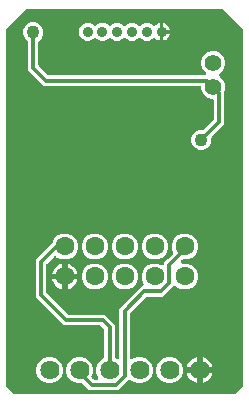
<source format=gbr>
G04 EAGLE Gerber RS-274X export*
G75*
%MOMM*%
%FSLAX34Y34*%
%LPD*%
%INTop Copper*%
%IPPOS*%
%AMOC8*
5,1,8,0,0,1.08239X$1,22.5*%
G01*
%ADD10C,1.600000*%
%ADD11C,1.625600*%
%ADD12C,0.900000*%
%ADD13C,1.422400*%
%ADD14C,1.100000*%
%ADD15C,0.300000*%

G36*
X197653Y4517D02*
X197653Y4517D01*
X197792Y4527D01*
X197825Y4537D01*
X197858Y4541D01*
X197989Y4588D01*
X198122Y4629D01*
X198152Y4647D01*
X198183Y4658D01*
X198300Y4734D01*
X198420Y4805D01*
X198454Y4835D01*
X198473Y4847D01*
X198496Y4871D01*
X198575Y4940D01*
X205060Y11425D01*
X205147Y11534D01*
X205238Y11640D01*
X205254Y11670D01*
X205275Y11696D01*
X205334Y11822D01*
X205399Y11946D01*
X205407Y11979D01*
X205422Y12009D01*
X205450Y12145D01*
X205485Y12281D01*
X205488Y12326D01*
X205493Y12348D01*
X205492Y12381D01*
X205499Y12485D01*
X205499Y312515D01*
X205483Y312652D01*
X205473Y312792D01*
X205463Y312825D01*
X205459Y312858D01*
X205412Y312989D01*
X205371Y313122D01*
X205353Y313152D01*
X205342Y313183D01*
X205266Y313300D01*
X205195Y313420D01*
X205165Y313454D01*
X205153Y313473D01*
X205129Y313496D01*
X205060Y313575D01*
X188575Y330060D01*
X188466Y330147D01*
X188360Y330238D01*
X188330Y330254D01*
X188304Y330275D01*
X188178Y330334D01*
X188054Y330399D01*
X188021Y330407D01*
X187991Y330422D01*
X187855Y330450D01*
X187719Y330485D01*
X187674Y330488D01*
X187652Y330493D01*
X187619Y330492D01*
X187515Y330499D01*
X22485Y330499D01*
X22347Y330483D01*
X22208Y330473D01*
X22175Y330463D01*
X22142Y330459D01*
X22011Y330412D01*
X21878Y330371D01*
X21848Y330353D01*
X21817Y330342D01*
X21700Y330266D01*
X21580Y330195D01*
X21546Y330165D01*
X21527Y330153D01*
X21504Y330129D01*
X21425Y330060D01*
X4940Y313575D01*
X4853Y313466D01*
X4762Y313360D01*
X4746Y313330D01*
X4725Y313304D01*
X4666Y313178D01*
X4601Y313054D01*
X4593Y313021D01*
X4578Y312991D01*
X4550Y312855D01*
X4515Y312719D01*
X4512Y312674D01*
X4507Y312652D01*
X4508Y312619D01*
X4501Y312515D01*
X4501Y12485D01*
X4517Y12347D01*
X4527Y12208D01*
X4537Y12175D01*
X4541Y12142D01*
X4588Y12011D01*
X4629Y11878D01*
X4647Y11848D01*
X4658Y11817D01*
X4734Y11700D01*
X4805Y11580D01*
X4835Y11546D01*
X4847Y11527D01*
X4871Y11504D01*
X4940Y11425D01*
X11425Y4940D01*
X11534Y4853D01*
X11640Y4762D01*
X11670Y4746D01*
X11696Y4725D01*
X11822Y4666D01*
X11946Y4601D01*
X11979Y4593D01*
X12009Y4578D01*
X12145Y4550D01*
X12281Y4515D01*
X12326Y4512D01*
X12347Y4507D01*
X12381Y4508D01*
X12485Y4501D01*
X197515Y4501D01*
X197653Y4517D01*
G37*
%LPC*%
G36*
X75205Y7871D02*
X75205Y7871D01*
X69644Y13432D01*
X69535Y13519D01*
X69430Y13610D01*
X69400Y13626D01*
X69373Y13647D01*
X69247Y13706D01*
X69123Y13771D01*
X69091Y13779D01*
X69060Y13794D01*
X68924Y13822D01*
X68789Y13857D01*
X68744Y13860D01*
X68722Y13865D01*
X68688Y13864D01*
X68584Y13871D01*
X64686Y13871D01*
X60596Y15566D01*
X57466Y18696D01*
X55771Y22786D01*
X55771Y27214D01*
X57466Y31304D01*
X60596Y34434D01*
X64686Y36129D01*
X69114Y36129D01*
X73204Y34434D01*
X76334Y31304D01*
X78029Y27214D01*
X78029Y22786D01*
X76945Y20170D01*
X76921Y20086D01*
X76888Y20005D01*
X76874Y19920D01*
X76850Y19838D01*
X76846Y19750D01*
X76832Y19664D01*
X76838Y19578D01*
X76835Y19492D01*
X76851Y19406D01*
X76857Y19319D01*
X76882Y19237D01*
X76898Y19152D01*
X76934Y19072D01*
X76960Y18989D01*
X77003Y18915D01*
X77038Y18836D01*
X77091Y18766D01*
X77135Y18691D01*
X77230Y18582D01*
X77246Y18560D01*
X77256Y18553D01*
X77270Y18536D01*
X78494Y17312D01*
X78604Y17225D01*
X78709Y17134D01*
X78739Y17118D01*
X78765Y17097D01*
X78892Y17038D01*
X79015Y16973D01*
X79048Y16965D01*
X79078Y16950D01*
X79215Y16922D01*
X79350Y16887D01*
X79395Y16884D01*
X79417Y16879D01*
X79450Y16880D01*
X79555Y16873D01*
X81377Y16873D01*
X81532Y16891D01*
X81688Y16905D01*
X81704Y16911D01*
X81720Y16913D01*
X81867Y16966D01*
X82015Y17015D01*
X82030Y17024D01*
X82046Y17030D01*
X82176Y17115D01*
X82309Y17198D01*
X82321Y17210D01*
X82335Y17219D01*
X82443Y17332D01*
X82553Y17442D01*
X82562Y17457D01*
X82574Y17469D01*
X82653Y17603D01*
X82735Y17737D01*
X82740Y17753D01*
X82749Y17767D01*
X82795Y17916D01*
X82844Y18065D01*
X82846Y18081D01*
X82851Y18098D01*
X82862Y18254D01*
X82876Y18409D01*
X82873Y18426D01*
X82875Y18443D01*
X82849Y18597D01*
X82827Y18751D01*
X82821Y18772D01*
X82819Y18784D01*
X82808Y18809D01*
X82762Y18946D01*
X81171Y22786D01*
X81171Y27214D01*
X82866Y31304D01*
X85996Y34434D01*
X86874Y34798D01*
X86950Y34841D01*
X87031Y34874D01*
X87101Y34924D01*
X87176Y34966D01*
X87241Y35025D01*
X87311Y35076D01*
X87368Y35141D01*
X87431Y35199D01*
X87481Y35271D01*
X87538Y35338D01*
X87578Y35414D01*
X87627Y35485D01*
X87658Y35566D01*
X87699Y35644D01*
X87720Y35727D01*
X87751Y35807D01*
X87763Y35894D01*
X87785Y35978D01*
X87795Y36122D01*
X87799Y36149D01*
X87798Y36161D01*
X87799Y36183D01*
X87799Y59015D01*
X87783Y59153D01*
X87773Y59292D01*
X87763Y59325D01*
X87759Y59358D01*
X87712Y59489D01*
X87671Y59622D01*
X87653Y59652D01*
X87642Y59683D01*
X87566Y59800D01*
X87495Y59920D01*
X87465Y59954D01*
X87453Y59973D01*
X87429Y59996D01*
X87360Y60075D01*
X84875Y62560D01*
X84766Y62647D01*
X84660Y62738D01*
X84630Y62754D01*
X84604Y62775D01*
X84478Y62834D01*
X84354Y62899D01*
X84321Y62907D01*
X84291Y62922D01*
X84155Y62950D01*
X84019Y62985D01*
X83974Y62988D01*
X83952Y62993D01*
X83919Y62992D01*
X83815Y62999D01*
X53436Y62999D01*
X29699Y86736D01*
X29699Y118342D01*
X42956Y131598D01*
X42967Y131613D01*
X42981Y131625D01*
X43075Y131749D01*
X43170Y131869D01*
X43178Y131886D01*
X43189Y131901D01*
X43281Y132085D01*
X44874Y135931D01*
X47969Y139026D01*
X52012Y140701D01*
X56388Y140701D01*
X60431Y139026D01*
X63526Y135931D01*
X65201Y131888D01*
X65201Y127512D01*
X63526Y123469D01*
X60431Y120374D01*
X56388Y118699D01*
X52012Y118699D01*
X47969Y120374D01*
X47275Y121068D01*
X47247Y121090D01*
X47224Y121116D01*
X47112Y121196D01*
X47004Y121282D01*
X46972Y121297D01*
X46943Y121318D01*
X46816Y121371D01*
X46691Y121429D01*
X46656Y121436D01*
X46624Y121450D01*
X46487Y121472D01*
X46353Y121500D01*
X46317Y121499D01*
X46282Y121505D01*
X46145Y121495D01*
X46007Y121492D01*
X45973Y121483D01*
X45937Y121481D01*
X45806Y121440D01*
X45673Y121405D01*
X45641Y121389D01*
X45607Y121378D01*
X45489Y121308D01*
X45367Y121244D01*
X45340Y121220D01*
X45310Y121202D01*
X45155Y121068D01*
X39140Y115053D01*
X39053Y114943D01*
X38962Y114838D01*
X38946Y114808D01*
X38925Y114781D01*
X38866Y114655D01*
X38801Y114532D01*
X38793Y114499D01*
X38778Y114468D01*
X38750Y114332D01*
X38715Y114197D01*
X38712Y114152D01*
X38707Y114130D01*
X38708Y114096D01*
X38701Y113992D01*
X38701Y91085D01*
X38717Y90947D01*
X38727Y90808D01*
X38737Y90775D01*
X38741Y90742D01*
X38788Y90611D01*
X38829Y90478D01*
X38847Y90448D01*
X38858Y90417D01*
X38934Y90300D01*
X39005Y90180D01*
X39035Y90146D01*
X39047Y90127D01*
X39071Y90104D01*
X39140Y90025D01*
X56725Y72440D01*
X56834Y72353D01*
X56940Y72262D01*
X56970Y72246D01*
X56996Y72225D01*
X57122Y72166D01*
X57246Y72101D01*
X57279Y72093D01*
X57309Y72078D01*
X57445Y72050D01*
X57581Y72015D01*
X57626Y72012D01*
X57648Y72007D01*
X57681Y72008D01*
X57785Y72001D01*
X88164Y72001D01*
X96801Y63364D01*
X96801Y36183D01*
X96811Y36096D01*
X96811Y36009D01*
X96831Y35925D01*
X96841Y35840D01*
X96870Y35757D01*
X96890Y35672D01*
X96929Y35595D01*
X96958Y35515D01*
X97006Y35441D01*
X97045Y35363D01*
X97100Y35297D01*
X97147Y35225D01*
X97210Y35164D01*
X97266Y35097D01*
X97335Y35046D01*
X97397Y34986D01*
X97473Y34942D01*
X97542Y34889D01*
X97672Y34825D01*
X97695Y34811D01*
X97707Y34808D01*
X97726Y34798D01*
X98354Y34538D01*
X98505Y34495D01*
X98654Y34449D01*
X98671Y34448D01*
X98687Y34443D01*
X98842Y34436D01*
X98999Y34425D01*
X99015Y34428D01*
X99032Y34427D01*
X99186Y34456D01*
X99340Y34481D01*
X99355Y34488D01*
X99372Y34491D01*
X99515Y34554D01*
X99659Y34614D01*
X99673Y34624D01*
X99688Y34631D01*
X99813Y34725D01*
X99939Y34816D01*
X99951Y34829D01*
X99964Y34839D01*
X100064Y34959D01*
X100166Y35077D01*
X100174Y35092D01*
X100185Y35105D01*
X100254Y35245D01*
X100327Y35384D01*
X100331Y35400D01*
X100339Y35415D01*
X100374Y35567D01*
X100413Y35718D01*
X100415Y35740D01*
X100417Y35752D01*
X100417Y35779D01*
X100427Y35923D01*
X100427Y76792D01*
X120015Y96380D01*
X120053Y96394D01*
X120201Y96443D01*
X120215Y96452D01*
X120231Y96458D01*
X120362Y96543D01*
X120495Y96626D01*
X120507Y96638D01*
X120521Y96647D01*
X120629Y96760D01*
X120739Y96870D01*
X120748Y96885D01*
X120759Y96897D01*
X120838Y97031D01*
X120920Y97165D01*
X120926Y97181D01*
X120934Y97195D01*
X120980Y97344D01*
X121030Y97493D01*
X121031Y97509D01*
X121036Y97526D01*
X121047Y97682D01*
X121061Y97837D01*
X121059Y97854D01*
X121060Y97871D01*
X121035Y98025D01*
X121013Y98179D01*
X121006Y98200D01*
X121004Y98212D01*
X120993Y98237D01*
X120948Y98374D01*
X119399Y102112D01*
X119399Y106488D01*
X121074Y110531D01*
X124169Y113626D01*
X128212Y115301D01*
X132588Y115301D01*
X136326Y113752D01*
X136476Y113710D01*
X136626Y113664D01*
X136643Y113662D01*
X136659Y113658D01*
X136814Y113651D01*
X136971Y113640D01*
X136987Y113643D01*
X137004Y113642D01*
X137158Y113671D01*
X137312Y113696D01*
X137327Y113702D01*
X137344Y113705D01*
X137487Y113769D01*
X137631Y113829D01*
X137645Y113838D01*
X137660Y113845D01*
X137785Y113939D01*
X137911Y114031D01*
X137923Y114044D01*
X137936Y114054D01*
X138036Y114174D01*
X138138Y114292D01*
X138146Y114307D01*
X138157Y114320D01*
X138226Y114460D01*
X138299Y114598D01*
X138303Y114614D01*
X138311Y114630D01*
X138346Y114781D01*
X138385Y114933D01*
X138387Y114955D01*
X138389Y114966D01*
X138389Y114994D01*
X138399Y115137D01*
X138399Y116164D01*
X141475Y119240D01*
X145540Y123305D01*
X145594Y123374D01*
X145656Y123436D01*
X145701Y123509D01*
X145755Y123576D01*
X145792Y123655D01*
X145838Y123730D01*
X145865Y123811D01*
X145902Y123889D01*
X145920Y123975D01*
X145947Y124058D01*
X145955Y124143D01*
X145973Y124227D01*
X145971Y124315D01*
X145979Y124402D01*
X145967Y124487D01*
X145965Y124573D01*
X145943Y124658D01*
X145930Y124744D01*
X145885Y124881D01*
X145878Y124908D01*
X145872Y124918D01*
X145865Y124939D01*
X144799Y127512D01*
X144799Y131888D01*
X146474Y135931D01*
X149569Y139026D01*
X153612Y140701D01*
X157988Y140701D01*
X162031Y139026D01*
X165126Y135931D01*
X166801Y131888D01*
X166801Y127512D01*
X165126Y123469D01*
X162031Y120374D01*
X157988Y118699D01*
X154285Y118699D01*
X154147Y118683D01*
X154008Y118673D01*
X153975Y118663D01*
X153942Y118659D01*
X153811Y118612D01*
X153678Y118571D01*
X153649Y118553D01*
X153617Y118542D01*
X153500Y118466D01*
X153380Y118395D01*
X153346Y118365D01*
X153327Y118353D01*
X153304Y118329D01*
X153225Y118260D01*
X152825Y117860D01*
X152760Y117778D01*
X152688Y117703D01*
X152653Y117643D01*
X152610Y117589D01*
X152566Y117495D01*
X152513Y117405D01*
X152493Y117339D01*
X152464Y117276D01*
X152442Y117174D01*
X152411Y117074D01*
X152407Y117005D01*
X152392Y116938D01*
X152395Y116834D01*
X152388Y116729D01*
X152399Y116661D01*
X152400Y116592D01*
X152427Y116491D01*
X152444Y116388D01*
X152470Y116325D01*
X152488Y116258D01*
X152536Y116165D01*
X152576Y116069D01*
X152617Y116013D01*
X152649Y115952D01*
X152717Y115873D01*
X152779Y115789D01*
X152831Y115743D01*
X152876Y115691D01*
X152961Y115630D01*
X153040Y115562D01*
X153101Y115530D01*
X153157Y115489D01*
X153253Y115450D01*
X153346Y115401D01*
X153413Y115384D01*
X153477Y115358D01*
X153579Y115341D01*
X153681Y115315D01*
X153785Y115308D01*
X153818Y115302D01*
X153840Y115304D01*
X153885Y115301D01*
X157988Y115301D01*
X162031Y113626D01*
X165126Y110531D01*
X166801Y106488D01*
X166801Y102112D01*
X165126Y98069D01*
X162031Y94974D01*
X157988Y93299D01*
X153612Y93299D01*
X149569Y94974D01*
X148403Y96140D01*
X148375Y96162D01*
X148352Y96189D01*
X148240Y96269D01*
X148132Y96354D01*
X148100Y96370D01*
X148071Y96390D01*
X147943Y96443D01*
X147819Y96501D01*
X147784Y96509D01*
X147751Y96522D01*
X147615Y96544D01*
X147480Y96573D01*
X147445Y96572D01*
X147410Y96577D01*
X147272Y96568D01*
X147135Y96564D01*
X147100Y96556D01*
X147065Y96553D01*
X146933Y96512D01*
X146800Y96477D01*
X146769Y96461D01*
X146735Y96450D01*
X146616Y96380D01*
X146494Y96316D01*
X146468Y96293D01*
X146437Y96275D01*
X146283Y96140D01*
X137442Y87299D01*
X124285Y87299D01*
X124147Y87283D01*
X124008Y87273D01*
X123975Y87263D01*
X123942Y87259D01*
X123811Y87212D01*
X123678Y87171D01*
X123648Y87153D01*
X123617Y87142D01*
X123500Y87066D01*
X123380Y86995D01*
X123346Y86965D01*
X123327Y86953D01*
X123304Y86929D01*
X123225Y86860D01*
X109868Y73503D01*
X109781Y73394D01*
X109690Y73288D01*
X109674Y73258D01*
X109653Y73232D01*
X109594Y73106D01*
X109529Y72982D01*
X109521Y72949D01*
X109506Y72919D01*
X109478Y72783D01*
X109443Y72647D01*
X109440Y72602D01*
X109435Y72580D01*
X109436Y72547D01*
X109429Y72443D01*
X109429Y35863D01*
X109447Y35708D01*
X109461Y35553D01*
X109467Y35537D01*
X109469Y35520D01*
X109522Y35373D01*
X109571Y35225D01*
X109580Y35211D01*
X109586Y35195D01*
X109671Y35064D01*
X109754Y34931D01*
X109766Y34919D01*
X109775Y34905D01*
X109888Y34798D01*
X109998Y34687D01*
X110013Y34678D01*
X110025Y34666D01*
X110159Y34588D01*
X110293Y34505D01*
X110309Y34500D01*
X110323Y34491D01*
X110472Y34446D01*
X110621Y34396D01*
X110637Y34394D01*
X110654Y34389D01*
X110810Y34379D01*
X110965Y34365D01*
X110982Y34367D01*
X110999Y34366D01*
X111153Y34391D01*
X111307Y34413D01*
X111328Y34420D01*
X111340Y34422D01*
X111365Y34432D01*
X111502Y34478D01*
X115486Y36129D01*
X119914Y36129D01*
X124004Y34434D01*
X127134Y31304D01*
X128829Y27214D01*
X128829Y22786D01*
X127134Y18696D01*
X124004Y15566D01*
X119914Y13871D01*
X115486Y13871D01*
X111396Y15566D01*
X110303Y16659D01*
X110275Y16681D01*
X110252Y16708D01*
X110140Y16788D01*
X110032Y16873D01*
X110000Y16888D01*
X109971Y16909D01*
X109843Y16962D01*
X109719Y17020D01*
X109684Y17028D01*
X109651Y17041D01*
X109515Y17063D01*
X109380Y17092D01*
X109345Y17091D01*
X109310Y17096D01*
X109173Y17087D01*
X109035Y17083D01*
X109001Y17075D01*
X108965Y17072D01*
X108833Y17031D01*
X108700Y16996D01*
X108669Y16980D01*
X108635Y16969D01*
X108516Y16899D01*
X108394Y16835D01*
X108368Y16812D01*
X108337Y16794D01*
X108183Y16659D01*
X99395Y7871D01*
X75205Y7871D01*
G37*
%LPD*%
%LPC*%
G36*
X168309Y211499D02*
X168309Y211499D01*
X165185Y212793D01*
X162793Y215185D01*
X161499Y218309D01*
X161499Y221691D01*
X162793Y224815D01*
X165185Y227207D01*
X168309Y228501D01*
X171515Y228501D01*
X171653Y228517D01*
X171792Y228527D01*
X171825Y228537D01*
X171858Y228541D01*
X171989Y228588D01*
X172122Y228629D01*
X172152Y228647D01*
X172183Y228658D01*
X172300Y228734D01*
X172420Y228805D01*
X172454Y228835D01*
X172473Y228847D01*
X172496Y228871D01*
X172575Y228940D01*
X180060Y236425D01*
X180147Y236534D01*
X180238Y236640D01*
X180254Y236670D01*
X180275Y236696D01*
X180334Y236822D01*
X180399Y236946D01*
X180407Y236979D01*
X180422Y237009D01*
X180450Y237145D01*
X180485Y237281D01*
X180488Y237326D01*
X180493Y237348D01*
X180492Y237381D01*
X180499Y237485D01*
X180499Y253388D01*
X180496Y253419D01*
X180498Y253447D01*
X180497Y253450D01*
X180498Y253459D01*
X180475Y253595D01*
X180459Y253731D01*
X180447Y253765D01*
X180442Y253800D01*
X180389Y253927D01*
X180342Y254057D01*
X180323Y254086D01*
X180309Y254119D01*
X180228Y254231D01*
X180153Y254346D01*
X180127Y254371D01*
X180107Y254399D01*
X180003Y254490D01*
X179903Y254585D01*
X179872Y254603D01*
X179846Y254626D01*
X179723Y254690D01*
X179605Y254760D01*
X179571Y254770D01*
X179539Y254787D01*
X179406Y254821D01*
X179274Y254862D01*
X179239Y254864D01*
X179205Y254873D01*
X179000Y254887D01*
X177988Y254887D01*
X174272Y256427D01*
X171427Y259272D01*
X169887Y262988D01*
X169887Y264000D01*
X169883Y264035D01*
X169886Y264071D01*
X169863Y264207D01*
X169847Y264343D01*
X169835Y264377D01*
X169830Y264412D01*
X169777Y264539D01*
X169730Y264669D01*
X169711Y264698D01*
X169697Y264731D01*
X169616Y264843D01*
X169541Y264958D01*
X169515Y264983D01*
X169495Y265011D01*
X169391Y265102D01*
X169291Y265197D01*
X169260Y265215D01*
X169234Y265238D01*
X169111Y265302D01*
X168993Y265372D01*
X168959Y265382D01*
X168927Y265399D01*
X168794Y265433D01*
X168662Y265474D01*
X168627Y265476D01*
X168593Y265485D01*
X168388Y265499D01*
X36636Y265499D01*
X22999Y279136D01*
X22999Y302858D01*
X22995Y302891D01*
X22998Y302922D01*
X22982Y303020D01*
X22973Y303135D01*
X22963Y303168D01*
X22959Y303201D01*
X22945Y303240D01*
X22942Y303263D01*
X22910Y303340D01*
X22871Y303466D01*
X22853Y303495D01*
X22842Y303526D01*
X22815Y303567D01*
X22809Y303582D01*
X22772Y303634D01*
X22766Y303643D01*
X22695Y303763D01*
X22665Y303797D01*
X22653Y303816D01*
X22629Y303839D01*
X22560Y303918D01*
X20293Y306185D01*
X18999Y309309D01*
X18999Y312691D01*
X20293Y315815D01*
X22685Y318207D01*
X25809Y319501D01*
X29191Y319501D01*
X32315Y318207D01*
X34707Y315815D01*
X36001Y312691D01*
X36001Y309309D01*
X34707Y306185D01*
X32440Y303918D01*
X32353Y303809D01*
X32337Y303789D01*
X32303Y303754D01*
X32297Y303744D01*
X32262Y303703D01*
X32246Y303673D01*
X32225Y303647D01*
X32166Y303521D01*
X32166Y303520D01*
X32128Y303456D01*
X32122Y303438D01*
X32101Y303397D01*
X32093Y303365D01*
X32078Y303334D01*
X32053Y303212D01*
X32026Y303126D01*
X32024Y303099D01*
X32015Y303063D01*
X32012Y303017D01*
X32007Y302996D01*
X32008Y302962D01*
X32001Y302858D01*
X32001Y283485D01*
X32017Y283347D01*
X32027Y283208D01*
X32037Y283175D01*
X32041Y283142D01*
X32088Y283011D01*
X32129Y282878D01*
X32147Y282848D01*
X32158Y282817D01*
X32234Y282700D01*
X32305Y282580D01*
X32335Y282546D01*
X32347Y282527D01*
X32371Y282504D01*
X32440Y282425D01*
X39925Y274940D01*
X40034Y274853D01*
X40140Y274762D01*
X40170Y274746D01*
X40196Y274725D01*
X40322Y274666D01*
X40446Y274601D01*
X40479Y274593D01*
X40509Y274578D01*
X40645Y274550D01*
X40781Y274515D01*
X40826Y274512D01*
X40848Y274507D01*
X40881Y274508D01*
X40985Y274501D01*
X172578Y274501D01*
X172682Y274513D01*
X172786Y274515D01*
X172853Y274533D01*
X172922Y274541D01*
X173020Y274576D01*
X173121Y274602D01*
X173182Y274635D01*
X173247Y274658D01*
X173334Y274715D01*
X173426Y274764D01*
X173478Y274809D01*
X173536Y274847D01*
X173608Y274922D01*
X173687Y274991D01*
X173727Y275047D01*
X173775Y275097D01*
X173828Y275187D01*
X173889Y275272D01*
X173915Y275336D01*
X173950Y275395D01*
X173981Y275495D01*
X174021Y275591D01*
X174032Y275660D01*
X174052Y275726D01*
X174059Y275830D01*
X174076Y275933D01*
X174071Y276002D01*
X174076Y276071D01*
X174059Y276173D01*
X174052Y276278D01*
X174031Y276344D01*
X174020Y276412D01*
X173980Y276508D01*
X173949Y276608D01*
X173914Y276667D01*
X173887Y276731D01*
X173826Y276816D01*
X173773Y276905D01*
X173705Y276984D01*
X173685Y277011D01*
X173668Y277026D01*
X173638Y277060D01*
X171427Y279272D01*
X169887Y282988D01*
X169887Y287012D01*
X171427Y290728D01*
X174272Y293573D01*
X177988Y295113D01*
X182012Y295113D01*
X185728Y293573D01*
X188573Y290728D01*
X190113Y287012D01*
X190113Y282988D01*
X188573Y279272D01*
X185729Y276427D01*
X185628Y276385D01*
X185537Y276334D01*
X185441Y276292D01*
X185386Y276251D01*
X185326Y276217D01*
X185249Y276147D01*
X185165Y276084D01*
X185121Y276030D01*
X185070Y275984D01*
X185011Y275898D01*
X184945Y275818D01*
X184914Y275756D01*
X184875Y275699D01*
X184837Y275601D01*
X184791Y275508D01*
X184775Y275441D01*
X184750Y275376D01*
X184736Y275273D01*
X184712Y275171D01*
X184712Y275102D01*
X184703Y275034D01*
X184712Y274930D01*
X184712Y274826D01*
X184728Y274758D01*
X184735Y274690D01*
X184768Y274591D01*
X184792Y274489D01*
X184823Y274427D01*
X184845Y274362D01*
X184900Y274273D01*
X184946Y274180D01*
X184991Y274127D01*
X185027Y274068D01*
X185101Y273994D01*
X185168Y273914D01*
X185223Y273873D01*
X185272Y273824D01*
X185361Y273769D01*
X185444Y273706D01*
X185537Y273660D01*
X185566Y273642D01*
X185587Y273635D01*
X185628Y273615D01*
X185728Y273573D01*
X188573Y270728D01*
X190113Y267012D01*
X190113Y262988D01*
X189615Y261786D01*
X189610Y261769D01*
X189601Y261752D01*
X189562Y261602D01*
X189520Y261454D01*
X189519Y261435D01*
X189515Y261417D01*
X189501Y261213D01*
X189501Y233136D01*
X178940Y222575D01*
X178853Y222466D01*
X178762Y222360D01*
X178746Y222330D01*
X178725Y222304D01*
X178666Y222178D01*
X178601Y222054D01*
X178593Y222021D01*
X178578Y221991D01*
X178550Y221855D01*
X178515Y221719D01*
X178512Y221674D01*
X178507Y221652D01*
X178508Y221619D01*
X178501Y221515D01*
X178501Y218309D01*
X177207Y215185D01*
X174815Y212793D01*
X171691Y211499D01*
X168309Y211499D01*
G37*
%LPD*%
%LPC*%
G36*
X72258Y303999D02*
X72258Y303999D01*
X69501Y305141D01*
X67391Y307251D01*
X66249Y310008D01*
X66249Y312992D01*
X67391Y315749D01*
X69501Y317859D01*
X72258Y319001D01*
X75242Y319001D01*
X77999Y317859D01*
X78940Y316918D01*
X78968Y316896D01*
X78991Y316869D01*
X79103Y316789D01*
X79211Y316703D01*
X79243Y316688D01*
X79272Y316667D01*
X79399Y316615D01*
X79524Y316556D01*
X79559Y316549D01*
X79591Y316535D01*
X79728Y316513D01*
X79862Y316485D01*
X79898Y316486D01*
X79933Y316480D01*
X80070Y316490D01*
X80208Y316493D01*
X80242Y316502D01*
X80278Y316505D01*
X80409Y316545D01*
X80542Y316580D01*
X80574Y316597D01*
X80608Y316607D01*
X80726Y316677D01*
X80848Y316742D01*
X80875Y316765D01*
X80905Y316783D01*
X81060Y316918D01*
X82001Y317859D01*
X84758Y319001D01*
X87742Y319001D01*
X90499Y317859D01*
X91440Y316918D01*
X91468Y316896D01*
X91491Y316869D01*
X91603Y316789D01*
X91711Y316703D01*
X91743Y316688D01*
X91772Y316667D01*
X91899Y316615D01*
X92024Y316556D01*
X92059Y316549D01*
X92091Y316535D01*
X92228Y316513D01*
X92362Y316485D01*
X92398Y316486D01*
X92433Y316480D01*
X92570Y316490D01*
X92708Y316493D01*
X92742Y316502D01*
X92778Y316505D01*
X92909Y316545D01*
X93042Y316580D01*
X93074Y316597D01*
X93108Y316607D01*
X93226Y316677D01*
X93348Y316742D01*
X93375Y316765D01*
X93405Y316783D01*
X93560Y316918D01*
X94501Y317859D01*
X97258Y319001D01*
X100242Y319001D01*
X102999Y317859D01*
X103940Y316918D01*
X103968Y316896D01*
X103991Y316869D01*
X104103Y316789D01*
X104211Y316703D01*
X104243Y316688D01*
X104272Y316667D01*
X104399Y316615D01*
X104524Y316556D01*
X104559Y316549D01*
X104591Y316535D01*
X104728Y316513D01*
X104862Y316485D01*
X104898Y316486D01*
X104933Y316480D01*
X105070Y316490D01*
X105208Y316493D01*
X105242Y316502D01*
X105278Y316505D01*
X105409Y316545D01*
X105542Y316580D01*
X105574Y316597D01*
X105608Y316607D01*
X105726Y316677D01*
X105848Y316742D01*
X105875Y316765D01*
X105905Y316783D01*
X106060Y316918D01*
X107001Y317859D01*
X109758Y319001D01*
X112742Y319001D01*
X115499Y317859D01*
X116440Y316918D01*
X116468Y316896D01*
X116491Y316869D01*
X116603Y316789D01*
X116711Y316703D01*
X116743Y316688D01*
X116772Y316667D01*
X116899Y316615D01*
X117024Y316556D01*
X117059Y316549D01*
X117091Y316535D01*
X117228Y316513D01*
X117362Y316485D01*
X117398Y316486D01*
X117433Y316480D01*
X117570Y316490D01*
X117708Y316493D01*
X117742Y316502D01*
X117778Y316505D01*
X117909Y316545D01*
X118042Y316580D01*
X118074Y316597D01*
X118108Y316607D01*
X118226Y316677D01*
X118348Y316742D01*
X118375Y316765D01*
X118405Y316783D01*
X118560Y316918D01*
X119501Y317859D01*
X122258Y319001D01*
X125242Y319001D01*
X127999Y317859D01*
X128940Y316918D01*
X128968Y316896D01*
X128991Y316869D01*
X129103Y316789D01*
X129211Y316703D01*
X129243Y316688D01*
X129272Y316667D01*
X129399Y316615D01*
X129524Y316556D01*
X129559Y316549D01*
X129591Y316535D01*
X129728Y316513D01*
X129862Y316485D01*
X129898Y316486D01*
X129933Y316480D01*
X130070Y316490D01*
X130208Y316493D01*
X130242Y316502D01*
X130278Y316505D01*
X130409Y316545D01*
X130542Y316580D01*
X130574Y316597D01*
X130608Y316607D01*
X130727Y316677D01*
X130848Y316742D01*
X130875Y316765D01*
X130906Y316783D01*
X131060Y316918D01*
X131468Y317326D01*
X132697Y318147D01*
X134062Y318712D01*
X134751Y318849D01*
X134751Y311500D01*
X134751Y304151D01*
X134062Y304288D01*
X132697Y304853D01*
X131468Y305674D01*
X131060Y306082D01*
X131032Y306104D01*
X131009Y306131D01*
X130897Y306212D01*
X130789Y306297D01*
X130757Y306312D01*
X130728Y306333D01*
X130600Y306385D01*
X130476Y306444D01*
X130442Y306451D01*
X130409Y306465D01*
X130272Y306487D01*
X130138Y306515D01*
X130102Y306514D01*
X130067Y306520D01*
X129930Y306510D01*
X129792Y306507D01*
X129758Y306498D01*
X129722Y306495D01*
X129591Y306455D01*
X129458Y306420D01*
X129426Y306403D01*
X129392Y306393D01*
X129274Y306323D01*
X129152Y306258D01*
X129125Y306235D01*
X129095Y306217D01*
X128940Y306082D01*
X127999Y305141D01*
X125242Y303999D01*
X122258Y303999D01*
X119501Y305141D01*
X118560Y306082D01*
X118532Y306104D01*
X118509Y306131D01*
X118397Y306211D01*
X118289Y306297D01*
X118257Y306312D01*
X118228Y306333D01*
X118101Y306385D01*
X117976Y306444D01*
X117941Y306451D01*
X117909Y306465D01*
X117772Y306487D01*
X117638Y306515D01*
X117602Y306514D01*
X117567Y306520D01*
X117430Y306510D01*
X117292Y306507D01*
X117258Y306498D01*
X117222Y306495D01*
X117091Y306454D01*
X116958Y306420D01*
X116926Y306403D01*
X116892Y306393D01*
X116774Y306323D01*
X116652Y306258D01*
X116625Y306235D01*
X116594Y306217D01*
X116440Y306082D01*
X115499Y305141D01*
X112742Y303999D01*
X109758Y303999D01*
X107001Y305141D01*
X106060Y306082D01*
X106032Y306104D01*
X106009Y306131D01*
X105897Y306211D01*
X105789Y306297D01*
X105757Y306312D01*
X105728Y306333D01*
X105601Y306385D01*
X105476Y306444D01*
X105441Y306451D01*
X105409Y306465D01*
X105272Y306487D01*
X105138Y306515D01*
X105102Y306514D01*
X105067Y306520D01*
X104930Y306510D01*
X104792Y306507D01*
X104758Y306498D01*
X104722Y306495D01*
X104591Y306454D01*
X104458Y306420D01*
X104426Y306403D01*
X104392Y306393D01*
X104274Y306323D01*
X104152Y306258D01*
X104125Y306235D01*
X104094Y306217D01*
X103940Y306082D01*
X102999Y305141D01*
X100242Y303999D01*
X97258Y303999D01*
X94501Y305141D01*
X93560Y306082D01*
X93532Y306104D01*
X93509Y306131D01*
X93397Y306211D01*
X93289Y306297D01*
X93257Y306312D01*
X93228Y306333D01*
X93101Y306385D01*
X92976Y306444D01*
X92941Y306451D01*
X92909Y306465D01*
X92772Y306487D01*
X92638Y306515D01*
X92602Y306514D01*
X92567Y306520D01*
X92430Y306510D01*
X92292Y306507D01*
X92258Y306498D01*
X92222Y306495D01*
X92091Y306454D01*
X91958Y306420D01*
X91926Y306403D01*
X91892Y306393D01*
X91774Y306323D01*
X91652Y306258D01*
X91625Y306235D01*
X91594Y306217D01*
X91440Y306082D01*
X90499Y305141D01*
X87742Y303999D01*
X84758Y303999D01*
X82001Y305141D01*
X81060Y306082D01*
X81032Y306104D01*
X81009Y306131D01*
X80897Y306211D01*
X80789Y306297D01*
X80757Y306312D01*
X80728Y306333D01*
X80601Y306385D01*
X80476Y306444D01*
X80441Y306451D01*
X80409Y306465D01*
X80272Y306487D01*
X80138Y306515D01*
X80102Y306514D01*
X80067Y306520D01*
X79930Y306510D01*
X79792Y306507D01*
X79758Y306498D01*
X79722Y306495D01*
X79591Y306454D01*
X79458Y306420D01*
X79426Y306403D01*
X79392Y306393D01*
X79274Y306323D01*
X79152Y306258D01*
X79125Y306235D01*
X79094Y306217D01*
X78940Y306082D01*
X77999Y305141D01*
X75242Y303999D01*
X72258Y303999D01*
G37*
%LPD*%
%LPC*%
G36*
X140886Y13871D02*
X140886Y13871D01*
X136796Y15566D01*
X133666Y18696D01*
X131971Y22786D01*
X131971Y27214D01*
X133666Y31304D01*
X136796Y34434D01*
X140886Y36129D01*
X145314Y36129D01*
X149404Y34434D01*
X152534Y31304D01*
X154229Y27214D01*
X154229Y22786D01*
X152534Y18696D01*
X149404Y15566D01*
X145314Y13871D01*
X140886Y13871D01*
G37*
%LPD*%
%LPC*%
G36*
X39286Y13871D02*
X39286Y13871D01*
X35196Y15566D01*
X32066Y18696D01*
X30371Y22786D01*
X30371Y27214D01*
X32066Y31304D01*
X35196Y34434D01*
X39286Y36129D01*
X43714Y36129D01*
X47804Y34434D01*
X50934Y31304D01*
X52629Y27214D01*
X52629Y22786D01*
X50934Y18696D01*
X47804Y15566D01*
X43714Y13871D01*
X39286Y13871D01*
G37*
%LPD*%
%LPC*%
G36*
X128212Y118699D02*
X128212Y118699D01*
X124169Y120374D01*
X121074Y123469D01*
X119399Y127512D01*
X119399Y131888D01*
X121074Y135931D01*
X124169Y139026D01*
X128212Y140701D01*
X132588Y140701D01*
X136631Y139026D01*
X139726Y135931D01*
X141401Y131888D01*
X141401Y127512D01*
X139726Y123469D01*
X136631Y120374D01*
X132588Y118699D01*
X128212Y118699D01*
G37*
%LPD*%
%LPC*%
G36*
X102812Y118699D02*
X102812Y118699D01*
X98769Y120374D01*
X95674Y123469D01*
X93999Y127512D01*
X93999Y131888D01*
X95674Y135931D01*
X98769Y139026D01*
X102812Y140701D01*
X107188Y140701D01*
X111231Y139026D01*
X114326Y135931D01*
X116001Y131888D01*
X116001Y127512D01*
X114326Y123469D01*
X111231Y120374D01*
X107188Y118699D01*
X102812Y118699D01*
G37*
%LPD*%
%LPC*%
G36*
X77412Y118699D02*
X77412Y118699D01*
X73369Y120374D01*
X70274Y123469D01*
X68599Y127512D01*
X68599Y131888D01*
X70274Y135931D01*
X73369Y139026D01*
X77412Y140701D01*
X81788Y140701D01*
X85831Y139026D01*
X88926Y135931D01*
X90601Y131888D01*
X90601Y127512D01*
X88926Y123469D01*
X85831Y120374D01*
X81788Y118699D01*
X77412Y118699D01*
G37*
%LPD*%
%LPC*%
G36*
X102812Y93299D02*
X102812Y93299D01*
X98769Y94974D01*
X95674Y98069D01*
X93999Y102112D01*
X93999Y106488D01*
X95674Y110531D01*
X98769Y113626D01*
X102812Y115301D01*
X107188Y115301D01*
X111231Y113626D01*
X114326Y110531D01*
X116001Y106488D01*
X116001Y102112D01*
X114326Y98069D01*
X111231Y94974D01*
X107188Y93299D01*
X102812Y93299D01*
G37*
%LPD*%
%LPC*%
G36*
X77412Y93299D02*
X77412Y93299D01*
X73369Y94974D01*
X70274Y98069D01*
X68599Y102112D01*
X68599Y106488D01*
X70274Y110531D01*
X73369Y113626D01*
X77412Y115301D01*
X81788Y115301D01*
X85831Y113626D01*
X88926Y110531D01*
X90601Y106488D01*
X90601Y102112D01*
X88926Y98069D01*
X85831Y94974D01*
X81788Y93299D01*
X77412Y93299D01*
G37*
%LPD*%
%LPC*%
G36*
X171039Y27539D02*
X171039Y27539D01*
X171039Y35865D01*
X171106Y35855D01*
X172772Y35313D01*
X174333Y34518D01*
X175750Y33489D01*
X176989Y32250D01*
X178018Y30833D01*
X178813Y29272D01*
X179355Y27606D01*
X179365Y27539D01*
X171039Y27539D01*
G37*
%LPD*%
%LPC*%
G36*
X157635Y27539D02*
X157635Y27539D01*
X157645Y27606D01*
X158187Y29272D01*
X158982Y30833D01*
X160011Y32250D01*
X161250Y33489D01*
X162667Y34518D01*
X164228Y35313D01*
X165894Y35855D01*
X165961Y35865D01*
X165961Y27539D01*
X157635Y27539D01*
G37*
%LPD*%
%LPC*%
G36*
X171039Y22461D02*
X171039Y22461D01*
X179365Y22461D01*
X179355Y22394D01*
X178813Y20728D01*
X178018Y19167D01*
X176989Y17750D01*
X175750Y16511D01*
X174333Y15482D01*
X172772Y14687D01*
X171106Y14145D01*
X171039Y14135D01*
X171039Y22461D01*
G37*
%LPD*%
%LPC*%
G36*
X165894Y14145D02*
X165894Y14145D01*
X164228Y14687D01*
X162667Y15482D01*
X161250Y16511D01*
X160011Y17750D01*
X158982Y19167D01*
X158187Y20728D01*
X157645Y22394D01*
X157635Y22461D01*
X165961Y22461D01*
X165961Y14135D01*
X165894Y14145D01*
G37*
%LPD*%
%LPC*%
G36*
X56699Y106799D02*
X56699Y106799D01*
X56699Y115042D01*
X56776Y115030D01*
X58423Y114495D01*
X59966Y113709D01*
X61367Y112691D01*
X62591Y111467D01*
X63609Y110066D01*
X64395Y108523D01*
X64930Y106876D01*
X64942Y106799D01*
X56699Y106799D01*
G37*
%LPD*%
%LPC*%
G36*
X43458Y106799D02*
X43458Y106799D01*
X43470Y106876D01*
X44005Y108523D01*
X44791Y110066D01*
X45809Y111467D01*
X47033Y112691D01*
X48434Y113709D01*
X49977Y114495D01*
X51624Y115030D01*
X51701Y115042D01*
X51701Y106799D01*
X43458Y106799D01*
G37*
%LPD*%
%LPC*%
G36*
X56699Y101801D02*
X56699Y101801D01*
X64942Y101801D01*
X64930Y101724D01*
X64395Y100077D01*
X63609Y98534D01*
X62591Y97133D01*
X61367Y95909D01*
X59966Y94891D01*
X58423Y94105D01*
X56776Y93570D01*
X56699Y93558D01*
X56699Y101801D01*
G37*
%LPD*%
%LPC*%
G36*
X51624Y93570D02*
X51624Y93570D01*
X49977Y94105D01*
X48434Y94891D01*
X47033Y95909D01*
X45809Y97133D01*
X44791Y98534D01*
X44005Y100077D01*
X43470Y101724D01*
X43458Y101801D01*
X51701Y101801D01*
X51701Y93558D01*
X51624Y93570D01*
G37*
%LPD*%
%LPC*%
G36*
X137749Y312999D02*
X137749Y312999D01*
X137749Y318849D01*
X138438Y318712D01*
X139803Y318147D01*
X141032Y317326D01*
X142076Y316282D01*
X142897Y315053D01*
X143462Y313688D01*
X143599Y312999D01*
X137749Y312999D01*
G37*
%LPD*%
%LPC*%
G36*
X137749Y310001D02*
X137749Y310001D01*
X143599Y310001D01*
X143462Y309312D01*
X142897Y307947D01*
X142076Y306718D01*
X141032Y305674D01*
X139803Y304853D01*
X138438Y304288D01*
X137749Y304151D01*
X137749Y310001D01*
G37*
%LPD*%
D10*
X155800Y129700D03*
X155800Y104300D03*
X130400Y129700D03*
X130400Y104300D03*
X105000Y129700D03*
X105000Y104300D03*
X79600Y129700D03*
X79600Y104300D03*
X54200Y129700D03*
X54200Y104300D03*
D11*
X41500Y25000D03*
X66900Y25000D03*
X92300Y25000D03*
X117700Y25000D03*
X143100Y25000D03*
X168500Y25000D03*
D12*
X73750Y311500D03*
X86250Y311500D03*
X98750Y311500D03*
X111250Y311500D03*
X123750Y311500D03*
X136250Y311500D03*
D13*
X180000Y285000D03*
X180000Y265000D03*
D14*
X129500Y250000D03*
X180000Y310000D03*
X20000Y170000D03*
X40000Y170000D03*
X70000Y170000D03*
D15*
X27500Y281000D02*
X27500Y311000D01*
D14*
X27500Y311000D03*
X170000Y220000D03*
D15*
X180000Y265000D02*
X175000Y270000D01*
X38500Y270000D02*
X27500Y281000D01*
X38500Y270000D02*
X175000Y270000D01*
X180000Y265000D02*
X185000Y260000D01*
X185000Y235000D02*
X170000Y220000D01*
X185000Y235000D02*
X185000Y260000D01*
X54200Y129700D02*
X47422Y129700D01*
X34200Y116478D01*
X92300Y61500D02*
X92300Y25000D01*
X92300Y61500D02*
X86300Y67500D01*
X55300Y67500D01*
X34200Y88600D01*
X34200Y116478D01*
X135578Y91800D02*
X142900Y99122D01*
X155800Y127200D02*
X155800Y129700D01*
X155800Y127200D02*
X142900Y114300D01*
X142900Y99122D01*
X135578Y91800D02*
X121800Y91800D01*
X104928Y74928D01*
X104928Y19769D02*
X97531Y12372D01*
X77069Y12372D01*
X66900Y22541D02*
X66900Y25000D01*
X66900Y22541D02*
X77069Y12372D01*
X104928Y19769D02*
X104928Y74928D01*
M02*

</source>
